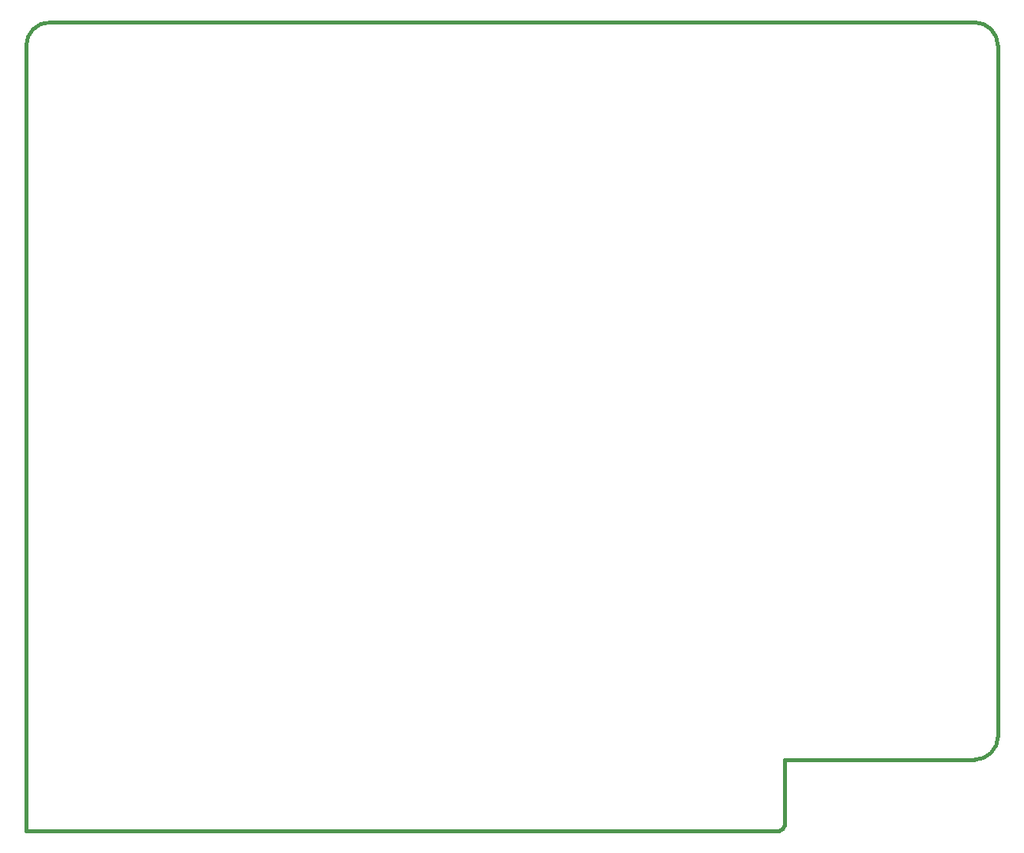
<source format=gbr>
%TF.GenerationSoftware,KiCad,Pcbnew,(5.1.10)-1*%
%TF.CreationDate,2021-12-13T18:42:30+00:00*%
%TF.ProjectId,isascsi,69736173-6373-4692-9e6b-696361645f70,rev?*%
%TF.SameCoordinates,Original*%
%TF.FileFunction,Profile,NP*%
%FSLAX46Y46*%
G04 Gerber Fmt 4.6, Leading zero omitted, Abs format (unit mm)*
G04 Created by KiCad (PCBNEW (5.1.10)-1) date 2021-12-13 18:42:30*
%MOMM*%
%LPD*%
G01*
G04 APERTURE LIST*
%TA.AperFunction,Profile*%
%ADD10C,0.381000*%
%TD*%
G04 APERTURE END LIST*
D10*
X173929040Y-123499880D02*
X173929040Y-116514880D01*
X173294040Y-124134880D02*
G75*
G03*
X173929040Y-123499880I0J635000D01*
G01*
X92649040Y-124134880D02*
X173294040Y-124134880D01*
X92649040Y-124134880D02*
X92649040Y-39989760D01*
X196789040Y-39989760D02*
X196789040Y-113974880D01*
X194249040Y-116514880D02*
X173929040Y-116514880D01*
X95189040Y-37449760D02*
X194249040Y-37449760D01*
X95189040Y-37449760D02*
G75*
G03*
X92649040Y-39989760I0J-2540000D01*
G01*
X196789040Y-39989760D02*
G75*
G03*
X194249040Y-37449760I-2540000J0D01*
G01*
X194249040Y-116514880D02*
G75*
G03*
X196789040Y-113974880I0J2540000D01*
G01*
M02*

</source>
